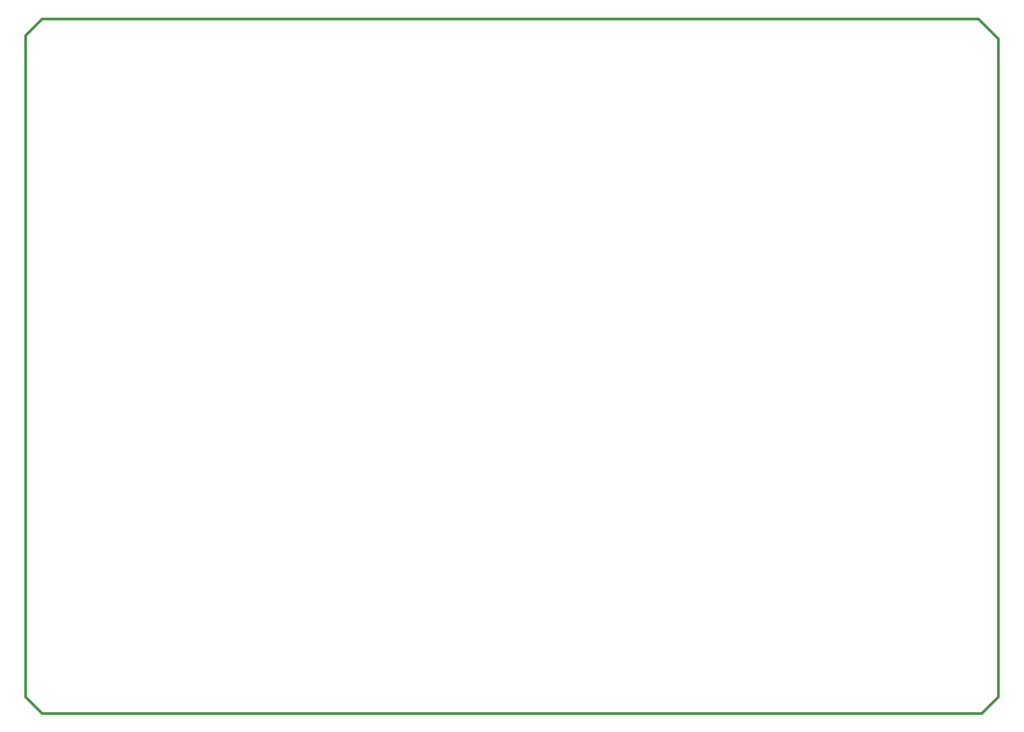
<source format=gbr>
G04 (created by PCBNEW-RS274X (2010-03-14)-final) date Mon 31 Jan 2011 05:12:30 PM EST*
G01*
G70*
G90*
%MOIN*%
G04 Gerber Fmt 3.4, Leading zero omitted, Abs format*
%FSLAX34Y34*%
G04 APERTURE LIST*
%ADD10C,0.001000*%
%ADD11C,0.015000*%
G04 APERTURE END LIST*
G54D10*
G54D11*
X47800Y-33000D02*
X46800Y-34000D01*
X46800Y-34000D02*
X-10000Y-34000D01*
X-10000Y-34000D02*
X-11000Y-33000D01*
X-11000Y-33000D02*
X-11000Y07000D01*
X-11000Y07000D02*
X-10000Y08000D01*
X-10000Y08000D02*
X46600Y08000D01*
X47800Y-33000D02*
X47800Y06800D01*
X47800Y06800D02*
X46570Y08000D01*
M02*

</source>
